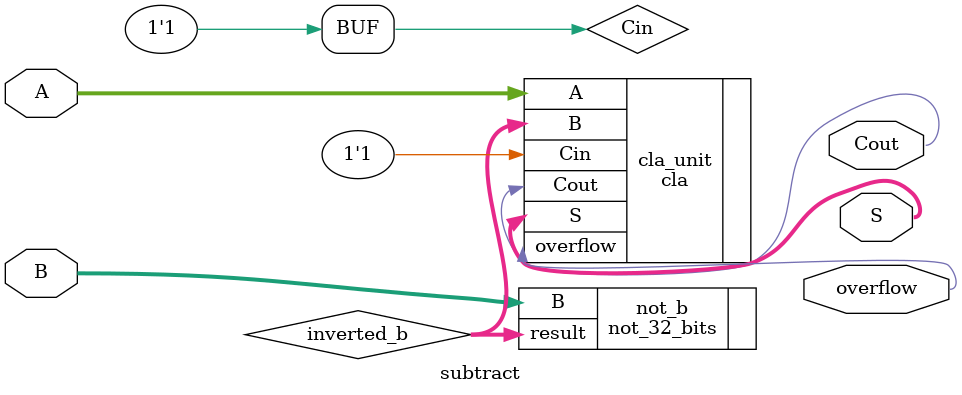
<source format=v>

module subtract(S, Cout, overflow, A, B);
    wire [31:0] inverted_b;
    input [31:0] A, B;
    output [31:0] S;
    output Cout;
    wire Cin;

    assign Cin = 1'b1;
    output overflow;

    not_32_bits not_b(.result(inverted_b), .B(B));
    cla cla_unit(.S(S), .Cout(Cout), .overflow(overflow), .A(A), .B(inverted_b), .Cin(Cin));

endmodule
</source>
